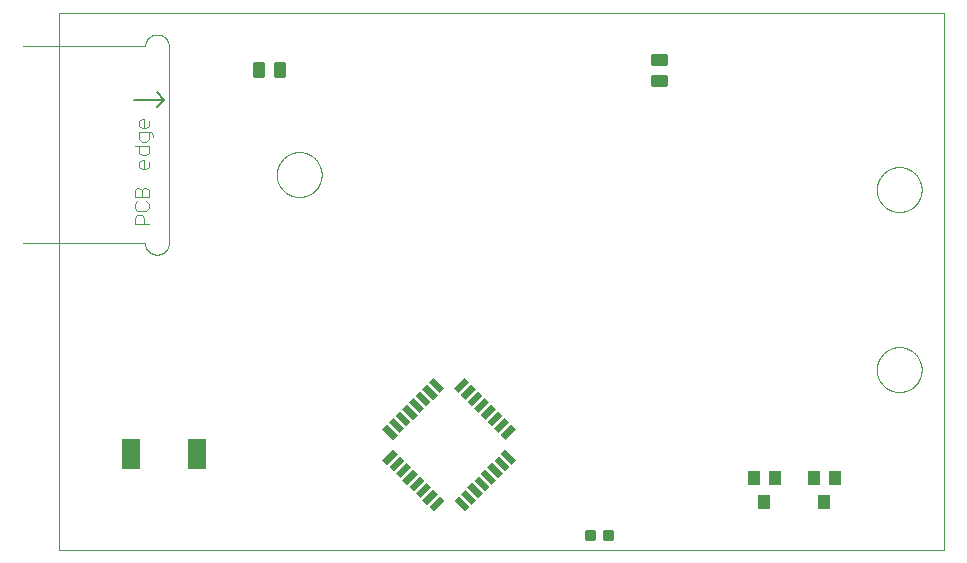
<source format=gtp>
G75*
%MOIN*%
%OFA0B0*%
%FSLAX25Y25*%
%IPPOS*%
%LPD*%
%AMOC8*
5,1,8,0,0,1.08239X$1,22.5*
%
%ADD10C,0.00000*%
%ADD11R,0.05000X0.02200*%
%ADD12R,0.02200X0.05000*%
%ADD13C,0.00875*%
%ADD14C,0.00100*%
%ADD15C,0.00500*%
%ADD16C,0.00400*%
%ADD17C,0.01000*%
%ADD18R,0.04000X0.04500*%
%ADD19R,0.06000X0.10000*%
D10*
X0013250Y0007846D02*
X0013250Y0186547D01*
X0308171Y0186547D01*
X0308171Y0007846D01*
X0013250Y0007846D01*
X0085775Y0132846D02*
X0085777Y0133029D01*
X0085784Y0133213D01*
X0085795Y0133396D01*
X0085811Y0133579D01*
X0085831Y0133761D01*
X0085856Y0133943D01*
X0085885Y0134124D01*
X0085919Y0134304D01*
X0085957Y0134484D01*
X0085999Y0134662D01*
X0086046Y0134840D01*
X0086097Y0135016D01*
X0086152Y0135191D01*
X0086212Y0135364D01*
X0086276Y0135536D01*
X0086344Y0135707D01*
X0086416Y0135875D01*
X0086493Y0136042D01*
X0086573Y0136207D01*
X0086658Y0136370D01*
X0086746Y0136530D01*
X0086838Y0136689D01*
X0086935Y0136845D01*
X0087035Y0136999D01*
X0087139Y0137150D01*
X0087246Y0137299D01*
X0087357Y0137445D01*
X0087472Y0137588D01*
X0087590Y0137728D01*
X0087711Y0137866D01*
X0087836Y0138000D01*
X0087964Y0138132D01*
X0088096Y0138260D01*
X0088230Y0138385D01*
X0088368Y0138506D01*
X0088508Y0138624D01*
X0088651Y0138739D01*
X0088797Y0138850D01*
X0088946Y0138957D01*
X0089097Y0139061D01*
X0089251Y0139161D01*
X0089407Y0139258D01*
X0089566Y0139350D01*
X0089726Y0139438D01*
X0089889Y0139523D01*
X0090054Y0139603D01*
X0090221Y0139680D01*
X0090389Y0139752D01*
X0090560Y0139820D01*
X0090732Y0139884D01*
X0090905Y0139944D01*
X0091080Y0139999D01*
X0091256Y0140050D01*
X0091434Y0140097D01*
X0091612Y0140139D01*
X0091792Y0140177D01*
X0091972Y0140211D01*
X0092153Y0140240D01*
X0092335Y0140265D01*
X0092517Y0140285D01*
X0092700Y0140301D01*
X0092883Y0140312D01*
X0093067Y0140319D01*
X0093250Y0140321D01*
X0093433Y0140319D01*
X0093617Y0140312D01*
X0093800Y0140301D01*
X0093983Y0140285D01*
X0094165Y0140265D01*
X0094347Y0140240D01*
X0094528Y0140211D01*
X0094708Y0140177D01*
X0094888Y0140139D01*
X0095066Y0140097D01*
X0095244Y0140050D01*
X0095420Y0139999D01*
X0095595Y0139944D01*
X0095768Y0139884D01*
X0095940Y0139820D01*
X0096111Y0139752D01*
X0096279Y0139680D01*
X0096446Y0139603D01*
X0096611Y0139523D01*
X0096774Y0139438D01*
X0096934Y0139350D01*
X0097093Y0139258D01*
X0097249Y0139161D01*
X0097403Y0139061D01*
X0097554Y0138957D01*
X0097703Y0138850D01*
X0097849Y0138739D01*
X0097992Y0138624D01*
X0098132Y0138506D01*
X0098270Y0138385D01*
X0098404Y0138260D01*
X0098536Y0138132D01*
X0098664Y0138000D01*
X0098789Y0137866D01*
X0098910Y0137728D01*
X0099028Y0137588D01*
X0099143Y0137445D01*
X0099254Y0137299D01*
X0099361Y0137150D01*
X0099465Y0136999D01*
X0099565Y0136845D01*
X0099662Y0136689D01*
X0099754Y0136530D01*
X0099842Y0136370D01*
X0099927Y0136207D01*
X0100007Y0136042D01*
X0100084Y0135875D01*
X0100156Y0135707D01*
X0100224Y0135536D01*
X0100288Y0135364D01*
X0100348Y0135191D01*
X0100403Y0135016D01*
X0100454Y0134840D01*
X0100501Y0134662D01*
X0100543Y0134484D01*
X0100581Y0134304D01*
X0100615Y0134124D01*
X0100644Y0133943D01*
X0100669Y0133761D01*
X0100689Y0133579D01*
X0100705Y0133396D01*
X0100716Y0133213D01*
X0100723Y0133029D01*
X0100725Y0132846D01*
X0100723Y0132663D01*
X0100716Y0132479D01*
X0100705Y0132296D01*
X0100689Y0132113D01*
X0100669Y0131931D01*
X0100644Y0131749D01*
X0100615Y0131568D01*
X0100581Y0131388D01*
X0100543Y0131208D01*
X0100501Y0131030D01*
X0100454Y0130852D01*
X0100403Y0130676D01*
X0100348Y0130501D01*
X0100288Y0130328D01*
X0100224Y0130156D01*
X0100156Y0129985D01*
X0100084Y0129817D01*
X0100007Y0129650D01*
X0099927Y0129485D01*
X0099842Y0129322D01*
X0099754Y0129162D01*
X0099662Y0129003D01*
X0099565Y0128847D01*
X0099465Y0128693D01*
X0099361Y0128542D01*
X0099254Y0128393D01*
X0099143Y0128247D01*
X0099028Y0128104D01*
X0098910Y0127964D01*
X0098789Y0127826D01*
X0098664Y0127692D01*
X0098536Y0127560D01*
X0098404Y0127432D01*
X0098270Y0127307D01*
X0098132Y0127186D01*
X0097992Y0127068D01*
X0097849Y0126953D01*
X0097703Y0126842D01*
X0097554Y0126735D01*
X0097403Y0126631D01*
X0097249Y0126531D01*
X0097093Y0126434D01*
X0096934Y0126342D01*
X0096774Y0126254D01*
X0096611Y0126169D01*
X0096446Y0126089D01*
X0096279Y0126012D01*
X0096111Y0125940D01*
X0095940Y0125872D01*
X0095768Y0125808D01*
X0095595Y0125748D01*
X0095420Y0125693D01*
X0095244Y0125642D01*
X0095066Y0125595D01*
X0094888Y0125553D01*
X0094708Y0125515D01*
X0094528Y0125481D01*
X0094347Y0125452D01*
X0094165Y0125427D01*
X0093983Y0125407D01*
X0093800Y0125391D01*
X0093617Y0125380D01*
X0093433Y0125373D01*
X0093250Y0125371D01*
X0093067Y0125373D01*
X0092883Y0125380D01*
X0092700Y0125391D01*
X0092517Y0125407D01*
X0092335Y0125427D01*
X0092153Y0125452D01*
X0091972Y0125481D01*
X0091792Y0125515D01*
X0091612Y0125553D01*
X0091434Y0125595D01*
X0091256Y0125642D01*
X0091080Y0125693D01*
X0090905Y0125748D01*
X0090732Y0125808D01*
X0090560Y0125872D01*
X0090389Y0125940D01*
X0090221Y0126012D01*
X0090054Y0126089D01*
X0089889Y0126169D01*
X0089726Y0126254D01*
X0089566Y0126342D01*
X0089407Y0126434D01*
X0089251Y0126531D01*
X0089097Y0126631D01*
X0088946Y0126735D01*
X0088797Y0126842D01*
X0088651Y0126953D01*
X0088508Y0127068D01*
X0088368Y0127186D01*
X0088230Y0127307D01*
X0088096Y0127432D01*
X0087964Y0127560D01*
X0087836Y0127692D01*
X0087711Y0127826D01*
X0087590Y0127964D01*
X0087472Y0128104D01*
X0087357Y0128247D01*
X0087246Y0128393D01*
X0087139Y0128542D01*
X0087035Y0128693D01*
X0086935Y0128847D01*
X0086838Y0129003D01*
X0086746Y0129162D01*
X0086658Y0129322D01*
X0086573Y0129485D01*
X0086493Y0129650D01*
X0086416Y0129817D01*
X0086344Y0129985D01*
X0086276Y0130156D01*
X0086212Y0130328D01*
X0086152Y0130501D01*
X0086097Y0130676D01*
X0086046Y0130852D01*
X0085999Y0131030D01*
X0085957Y0131208D01*
X0085919Y0131388D01*
X0085885Y0131568D01*
X0085856Y0131749D01*
X0085831Y0131931D01*
X0085811Y0132113D01*
X0085795Y0132296D01*
X0085784Y0132479D01*
X0085777Y0132663D01*
X0085775Y0132846D01*
X0285775Y0127846D02*
X0285777Y0128029D01*
X0285784Y0128213D01*
X0285795Y0128396D01*
X0285811Y0128579D01*
X0285831Y0128761D01*
X0285856Y0128943D01*
X0285885Y0129124D01*
X0285919Y0129304D01*
X0285957Y0129484D01*
X0285999Y0129662D01*
X0286046Y0129840D01*
X0286097Y0130016D01*
X0286152Y0130191D01*
X0286212Y0130364D01*
X0286276Y0130536D01*
X0286344Y0130707D01*
X0286416Y0130875D01*
X0286493Y0131042D01*
X0286573Y0131207D01*
X0286658Y0131370D01*
X0286746Y0131530D01*
X0286838Y0131689D01*
X0286935Y0131845D01*
X0287035Y0131999D01*
X0287139Y0132150D01*
X0287246Y0132299D01*
X0287357Y0132445D01*
X0287472Y0132588D01*
X0287590Y0132728D01*
X0287711Y0132866D01*
X0287836Y0133000D01*
X0287964Y0133132D01*
X0288096Y0133260D01*
X0288230Y0133385D01*
X0288368Y0133506D01*
X0288508Y0133624D01*
X0288651Y0133739D01*
X0288797Y0133850D01*
X0288946Y0133957D01*
X0289097Y0134061D01*
X0289251Y0134161D01*
X0289407Y0134258D01*
X0289566Y0134350D01*
X0289726Y0134438D01*
X0289889Y0134523D01*
X0290054Y0134603D01*
X0290221Y0134680D01*
X0290389Y0134752D01*
X0290560Y0134820D01*
X0290732Y0134884D01*
X0290905Y0134944D01*
X0291080Y0134999D01*
X0291256Y0135050D01*
X0291434Y0135097D01*
X0291612Y0135139D01*
X0291792Y0135177D01*
X0291972Y0135211D01*
X0292153Y0135240D01*
X0292335Y0135265D01*
X0292517Y0135285D01*
X0292700Y0135301D01*
X0292883Y0135312D01*
X0293067Y0135319D01*
X0293250Y0135321D01*
X0293433Y0135319D01*
X0293617Y0135312D01*
X0293800Y0135301D01*
X0293983Y0135285D01*
X0294165Y0135265D01*
X0294347Y0135240D01*
X0294528Y0135211D01*
X0294708Y0135177D01*
X0294888Y0135139D01*
X0295066Y0135097D01*
X0295244Y0135050D01*
X0295420Y0134999D01*
X0295595Y0134944D01*
X0295768Y0134884D01*
X0295940Y0134820D01*
X0296111Y0134752D01*
X0296279Y0134680D01*
X0296446Y0134603D01*
X0296611Y0134523D01*
X0296774Y0134438D01*
X0296934Y0134350D01*
X0297093Y0134258D01*
X0297249Y0134161D01*
X0297403Y0134061D01*
X0297554Y0133957D01*
X0297703Y0133850D01*
X0297849Y0133739D01*
X0297992Y0133624D01*
X0298132Y0133506D01*
X0298270Y0133385D01*
X0298404Y0133260D01*
X0298536Y0133132D01*
X0298664Y0133000D01*
X0298789Y0132866D01*
X0298910Y0132728D01*
X0299028Y0132588D01*
X0299143Y0132445D01*
X0299254Y0132299D01*
X0299361Y0132150D01*
X0299465Y0131999D01*
X0299565Y0131845D01*
X0299662Y0131689D01*
X0299754Y0131530D01*
X0299842Y0131370D01*
X0299927Y0131207D01*
X0300007Y0131042D01*
X0300084Y0130875D01*
X0300156Y0130707D01*
X0300224Y0130536D01*
X0300288Y0130364D01*
X0300348Y0130191D01*
X0300403Y0130016D01*
X0300454Y0129840D01*
X0300501Y0129662D01*
X0300543Y0129484D01*
X0300581Y0129304D01*
X0300615Y0129124D01*
X0300644Y0128943D01*
X0300669Y0128761D01*
X0300689Y0128579D01*
X0300705Y0128396D01*
X0300716Y0128213D01*
X0300723Y0128029D01*
X0300725Y0127846D01*
X0300723Y0127663D01*
X0300716Y0127479D01*
X0300705Y0127296D01*
X0300689Y0127113D01*
X0300669Y0126931D01*
X0300644Y0126749D01*
X0300615Y0126568D01*
X0300581Y0126388D01*
X0300543Y0126208D01*
X0300501Y0126030D01*
X0300454Y0125852D01*
X0300403Y0125676D01*
X0300348Y0125501D01*
X0300288Y0125328D01*
X0300224Y0125156D01*
X0300156Y0124985D01*
X0300084Y0124817D01*
X0300007Y0124650D01*
X0299927Y0124485D01*
X0299842Y0124322D01*
X0299754Y0124162D01*
X0299662Y0124003D01*
X0299565Y0123847D01*
X0299465Y0123693D01*
X0299361Y0123542D01*
X0299254Y0123393D01*
X0299143Y0123247D01*
X0299028Y0123104D01*
X0298910Y0122964D01*
X0298789Y0122826D01*
X0298664Y0122692D01*
X0298536Y0122560D01*
X0298404Y0122432D01*
X0298270Y0122307D01*
X0298132Y0122186D01*
X0297992Y0122068D01*
X0297849Y0121953D01*
X0297703Y0121842D01*
X0297554Y0121735D01*
X0297403Y0121631D01*
X0297249Y0121531D01*
X0297093Y0121434D01*
X0296934Y0121342D01*
X0296774Y0121254D01*
X0296611Y0121169D01*
X0296446Y0121089D01*
X0296279Y0121012D01*
X0296111Y0120940D01*
X0295940Y0120872D01*
X0295768Y0120808D01*
X0295595Y0120748D01*
X0295420Y0120693D01*
X0295244Y0120642D01*
X0295066Y0120595D01*
X0294888Y0120553D01*
X0294708Y0120515D01*
X0294528Y0120481D01*
X0294347Y0120452D01*
X0294165Y0120427D01*
X0293983Y0120407D01*
X0293800Y0120391D01*
X0293617Y0120380D01*
X0293433Y0120373D01*
X0293250Y0120371D01*
X0293067Y0120373D01*
X0292883Y0120380D01*
X0292700Y0120391D01*
X0292517Y0120407D01*
X0292335Y0120427D01*
X0292153Y0120452D01*
X0291972Y0120481D01*
X0291792Y0120515D01*
X0291612Y0120553D01*
X0291434Y0120595D01*
X0291256Y0120642D01*
X0291080Y0120693D01*
X0290905Y0120748D01*
X0290732Y0120808D01*
X0290560Y0120872D01*
X0290389Y0120940D01*
X0290221Y0121012D01*
X0290054Y0121089D01*
X0289889Y0121169D01*
X0289726Y0121254D01*
X0289566Y0121342D01*
X0289407Y0121434D01*
X0289251Y0121531D01*
X0289097Y0121631D01*
X0288946Y0121735D01*
X0288797Y0121842D01*
X0288651Y0121953D01*
X0288508Y0122068D01*
X0288368Y0122186D01*
X0288230Y0122307D01*
X0288096Y0122432D01*
X0287964Y0122560D01*
X0287836Y0122692D01*
X0287711Y0122826D01*
X0287590Y0122964D01*
X0287472Y0123104D01*
X0287357Y0123247D01*
X0287246Y0123393D01*
X0287139Y0123542D01*
X0287035Y0123693D01*
X0286935Y0123847D01*
X0286838Y0124003D01*
X0286746Y0124162D01*
X0286658Y0124322D01*
X0286573Y0124485D01*
X0286493Y0124650D01*
X0286416Y0124817D01*
X0286344Y0124985D01*
X0286276Y0125156D01*
X0286212Y0125328D01*
X0286152Y0125501D01*
X0286097Y0125676D01*
X0286046Y0125852D01*
X0285999Y0126030D01*
X0285957Y0126208D01*
X0285919Y0126388D01*
X0285885Y0126568D01*
X0285856Y0126749D01*
X0285831Y0126931D01*
X0285811Y0127113D01*
X0285795Y0127296D01*
X0285784Y0127479D01*
X0285777Y0127663D01*
X0285775Y0127846D01*
X0285775Y0067846D02*
X0285777Y0068029D01*
X0285784Y0068213D01*
X0285795Y0068396D01*
X0285811Y0068579D01*
X0285831Y0068761D01*
X0285856Y0068943D01*
X0285885Y0069124D01*
X0285919Y0069304D01*
X0285957Y0069484D01*
X0285999Y0069662D01*
X0286046Y0069840D01*
X0286097Y0070016D01*
X0286152Y0070191D01*
X0286212Y0070364D01*
X0286276Y0070536D01*
X0286344Y0070707D01*
X0286416Y0070875D01*
X0286493Y0071042D01*
X0286573Y0071207D01*
X0286658Y0071370D01*
X0286746Y0071530D01*
X0286838Y0071689D01*
X0286935Y0071845D01*
X0287035Y0071999D01*
X0287139Y0072150D01*
X0287246Y0072299D01*
X0287357Y0072445D01*
X0287472Y0072588D01*
X0287590Y0072728D01*
X0287711Y0072866D01*
X0287836Y0073000D01*
X0287964Y0073132D01*
X0288096Y0073260D01*
X0288230Y0073385D01*
X0288368Y0073506D01*
X0288508Y0073624D01*
X0288651Y0073739D01*
X0288797Y0073850D01*
X0288946Y0073957D01*
X0289097Y0074061D01*
X0289251Y0074161D01*
X0289407Y0074258D01*
X0289566Y0074350D01*
X0289726Y0074438D01*
X0289889Y0074523D01*
X0290054Y0074603D01*
X0290221Y0074680D01*
X0290389Y0074752D01*
X0290560Y0074820D01*
X0290732Y0074884D01*
X0290905Y0074944D01*
X0291080Y0074999D01*
X0291256Y0075050D01*
X0291434Y0075097D01*
X0291612Y0075139D01*
X0291792Y0075177D01*
X0291972Y0075211D01*
X0292153Y0075240D01*
X0292335Y0075265D01*
X0292517Y0075285D01*
X0292700Y0075301D01*
X0292883Y0075312D01*
X0293067Y0075319D01*
X0293250Y0075321D01*
X0293433Y0075319D01*
X0293617Y0075312D01*
X0293800Y0075301D01*
X0293983Y0075285D01*
X0294165Y0075265D01*
X0294347Y0075240D01*
X0294528Y0075211D01*
X0294708Y0075177D01*
X0294888Y0075139D01*
X0295066Y0075097D01*
X0295244Y0075050D01*
X0295420Y0074999D01*
X0295595Y0074944D01*
X0295768Y0074884D01*
X0295940Y0074820D01*
X0296111Y0074752D01*
X0296279Y0074680D01*
X0296446Y0074603D01*
X0296611Y0074523D01*
X0296774Y0074438D01*
X0296934Y0074350D01*
X0297093Y0074258D01*
X0297249Y0074161D01*
X0297403Y0074061D01*
X0297554Y0073957D01*
X0297703Y0073850D01*
X0297849Y0073739D01*
X0297992Y0073624D01*
X0298132Y0073506D01*
X0298270Y0073385D01*
X0298404Y0073260D01*
X0298536Y0073132D01*
X0298664Y0073000D01*
X0298789Y0072866D01*
X0298910Y0072728D01*
X0299028Y0072588D01*
X0299143Y0072445D01*
X0299254Y0072299D01*
X0299361Y0072150D01*
X0299465Y0071999D01*
X0299565Y0071845D01*
X0299662Y0071689D01*
X0299754Y0071530D01*
X0299842Y0071370D01*
X0299927Y0071207D01*
X0300007Y0071042D01*
X0300084Y0070875D01*
X0300156Y0070707D01*
X0300224Y0070536D01*
X0300288Y0070364D01*
X0300348Y0070191D01*
X0300403Y0070016D01*
X0300454Y0069840D01*
X0300501Y0069662D01*
X0300543Y0069484D01*
X0300581Y0069304D01*
X0300615Y0069124D01*
X0300644Y0068943D01*
X0300669Y0068761D01*
X0300689Y0068579D01*
X0300705Y0068396D01*
X0300716Y0068213D01*
X0300723Y0068029D01*
X0300725Y0067846D01*
X0300723Y0067663D01*
X0300716Y0067479D01*
X0300705Y0067296D01*
X0300689Y0067113D01*
X0300669Y0066931D01*
X0300644Y0066749D01*
X0300615Y0066568D01*
X0300581Y0066388D01*
X0300543Y0066208D01*
X0300501Y0066030D01*
X0300454Y0065852D01*
X0300403Y0065676D01*
X0300348Y0065501D01*
X0300288Y0065328D01*
X0300224Y0065156D01*
X0300156Y0064985D01*
X0300084Y0064817D01*
X0300007Y0064650D01*
X0299927Y0064485D01*
X0299842Y0064322D01*
X0299754Y0064162D01*
X0299662Y0064003D01*
X0299565Y0063847D01*
X0299465Y0063693D01*
X0299361Y0063542D01*
X0299254Y0063393D01*
X0299143Y0063247D01*
X0299028Y0063104D01*
X0298910Y0062964D01*
X0298789Y0062826D01*
X0298664Y0062692D01*
X0298536Y0062560D01*
X0298404Y0062432D01*
X0298270Y0062307D01*
X0298132Y0062186D01*
X0297992Y0062068D01*
X0297849Y0061953D01*
X0297703Y0061842D01*
X0297554Y0061735D01*
X0297403Y0061631D01*
X0297249Y0061531D01*
X0297093Y0061434D01*
X0296934Y0061342D01*
X0296774Y0061254D01*
X0296611Y0061169D01*
X0296446Y0061089D01*
X0296279Y0061012D01*
X0296111Y0060940D01*
X0295940Y0060872D01*
X0295768Y0060808D01*
X0295595Y0060748D01*
X0295420Y0060693D01*
X0295244Y0060642D01*
X0295066Y0060595D01*
X0294888Y0060553D01*
X0294708Y0060515D01*
X0294528Y0060481D01*
X0294347Y0060452D01*
X0294165Y0060427D01*
X0293983Y0060407D01*
X0293800Y0060391D01*
X0293617Y0060380D01*
X0293433Y0060373D01*
X0293250Y0060371D01*
X0293067Y0060373D01*
X0292883Y0060380D01*
X0292700Y0060391D01*
X0292517Y0060407D01*
X0292335Y0060427D01*
X0292153Y0060452D01*
X0291972Y0060481D01*
X0291792Y0060515D01*
X0291612Y0060553D01*
X0291434Y0060595D01*
X0291256Y0060642D01*
X0291080Y0060693D01*
X0290905Y0060748D01*
X0290732Y0060808D01*
X0290560Y0060872D01*
X0290389Y0060940D01*
X0290221Y0061012D01*
X0290054Y0061089D01*
X0289889Y0061169D01*
X0289726Y0061254D01*
X0289566Y0061342D01*
X0289407Y0061434D01*
X0289251Y0061531D01*
X0289097Y0061631D01*
X0288946Y0061735D01*
X0288797Y0061842D01*
X0288651Y0061953D01*
X0288508Y0062068D01*
X0288368Y0062186D01*
X0288230Y0062307D01*
X0288096Y0062432D01*
X0287964Y0062560D01*
X0287836Y0062692D01*
X0287711Y0062826D01*
X0287590Y0062964D01*
X0287472Y0063104D01*
X0287357Y0063247D01*
X0287246Y0063393D01*
X0287139Y0063542D01*
X0287035Y0063693D01*
X0286935Y0063847D01*
X0286838Y0064003D01*
X0286746Y0064162D01*
X0286658Y0064322D01*
X0286573Y0064485D01*
X0286493Y0064650D01*
X0286416Y0064817D01*
X0286344Y0064985D01*
X0286276Y0065156D01*
X0286212Y0065328D01*
X0286152Y0065501D01*
X0286097Y0065676D01*
X0286046Y0065852D01*
X0285999Y0066030D01*
X0285957Y0066208D01*
X0285919Y0066388D01*
X0285885Y0066568D01*
X0285856Y0066749D01*
X0285831Y0066931D01*
X0285811Y0067113D01*
X0285795Y0067296D01*
X0285784Y0067479D01*
X0285777Y0067663D01*
X0285775Y0067846D01*
D11*
G36*
X0163984Y0036146D02*
X0160450Y0039680D01*
X0162006Y0041236D01*
X0165540Y0037702D01*
X0163984Y0036146D01*
G37*
G36*
X0161757Y0033919D02*
X0158223Y0037453D01*
X0159779Y0039009D01*
X0163313Y0035475D01*
X0161757Y0033919D01*
G37*
G36*
X0159530Y0031692D02*
X0155996Y0035226D01*
X0157552Y0036782D01*
X0161086Y0033248D01*
X0159530Y0031692D01*
G37*
G36*
X0157303Y0029464D02*
X0153769Y0032998D01*
X0155325Y0034554D01*
X0158859Y0031020D01*
X0157303Y0029464D01*
G37*
G36*
X0155076Y0027237D02*
X0151542Y0030771D01*
X0153098Y0032327D01*
X0156632Y0028793D01*
X0155076Y0027237D01*
G37*
G36*
X0152848Y0025010D02*
X0149314Y0028544D01*
X0150870Y0030100D01*
X0154404Y0026566D01*
X0152848Y0025010D01*
G37*
G36*
X0150621Y0022783D02*
X0147087Y0026317D01*
X0148643Y0027873D01*
X0152177Y0024339D01*
X0150621Y0022783D01*
G37*
G36*
X0148394Y0020556D02*
X0144860Y0024090D01*
X0146416Y0025646D01*
X0149950Y0022112D01*
X0148394Y0020556D01*
G37*
G36*
X0124494Y0044456D02*
X0120960Y0047990D01*
X0122516Y0049546D01*
X0126050Y0046012D01*
X0124494Y0044456D01*
G37*
G36*
X0126721Y0046683D02*
X0123187Y0050217D01*
X0124743Y0051773D01*
X0128277Y0048239D01*
X0126721Y0046683D01*
G37*
G36*
X0128948Y0048910D02*
X0125414Y0052444D01*
X0126970Y0054000D01*
X0130504Y0050466D01*
X0128948Y0048910D01*
G37*
G36*
X0131175Y0051138D02*
X0127641Y0054672D01*
X0129197Y0056228D01*
X0132731Y0052694D01*
X0131175Y0051138D01*
G37*
G36*
X0133402Y0053365D02*
X0129868Y0056899D01*
X0131424Y0058455D01*
X0134958Y0054921D01*
X0133402Y0053365D01*
G37*
G36*
X0135630Y0055592D02*
X0132096Y0059126D01*
X0133652Y0060682D01*
X0137186Y0057148D01*
X0135630Y0055592D01*
G37*
G36*
X0137857Y0057819D02*
X0134323Y0061353D01*
X0135879Y0062909D01*
X0139413Y0059375D01*
X0137857Y0057819D01*
G37*
G36*
X0140084Y0060046D02*
X0136550Y0063580D01*
X0138106Y0065136D01*
X0141640Y0061602D01*
X0140084Y0060046D01*
G37*
D12*
G36*
X0146416Y0060046D02*
X0144860Y0061602D01*
X0148394Y0065136D01*
X0149950Y0063580D01*
X0146416Y0060046D01*
G37*
G36*
X0148643Y0057819D02*
X0147087Y0059375D01*
X0150621Y0062909D01*
X0152177Y0061353D01*
X0148643Y0057819D01*
G37*
G36*
X0150870Y0055592D02*
X0149314Y0057148D01*
X0152848Y0060682D01*
X0154404Y0059126D01*
X0150870Y0055592D01*
G37*
G36*
X0153098Y0053365D02*
X0151542Y0054921D01*
X0155076Y0058455D01*
X0156632Y0056899D01*
X0153098Y0053365D01*
G37*
G36*
X0155325Y0051138D02*
X0153769Y0052694D01*
X0157303Y0056228D01*
X0158859Y0054672D01*
X0155325Y0051138D01*
G37*
G36*
X0157552Y0048910D02*
X0155996Y0050466D01*
X0159530Y0054000D01*
X0161086Y0052444D01*
X0157552Y0048910D01*
G37*
G36*
X0159779Y0046683D02*
X0158223Y0048239D01*
X0161757Y0051773D01*
X0163313Y0050217D01*
X0159779Y0046683D01*
G37*
G36*
X0162006Y0044456D02*
X0160450Y0046012D01*
X0163984Y0049546D01*
X0165540Y0047990D01*
X0162006Y0044456D01*
G37*
G36*
X0133652Y0025010D02*
X0132096Y0026566D01*
X0135630Y0030100D01*
X0137186Y0028544D01*
X0133652Y0025010D01*
G37*
G36*
X0135879Y0022783D02*
X0134323Y0024339D01*
X0137857Y0027873D01*
X0139413Y0026317D01*
X0135879Y0022783D01*
G37*
G36*
X0138106Y0020556D02*
X0136550Y0022112D01*
X0140084Y0025646D01*
X0141640Y0024090D01*
X0138106Y0020556D01*
G37*
G36*
X0131424Y0027237D02*
X0129868Y0028793D01*
X0133402Y0032327D01*
X0134958Y0030771D01*
X0131424Y0027237D01*
G37*
G36*
X0129197Y0029464D02*
X0127641Y0031020D01*
X0131175Y0034554D01*
X0132731Y0032998D01*
X0129197Y0029464D01*
G37*
G36*
X0126970Y0031692D02*
X0125414Y0033248D01*
X0128948Y0036782D01*
X0130504Y0035226D01*
X0126970Y0031692D01*
G37*
G36*
X0124743Y0033919D02*
X0123187Y0035475D01*
X0126721Y0039009D01*
X0128277Y0037453D01*
X0124743Y0033919D01*
G37*
G36*
X0122516Y0036146D02*
X0120960Y0037702D01*
X0124494Y0041236D01*
X0126050Y0039680D01*
X0122516Y0036146D01*
G37*
D13*
X0188937Y0014159D02*
X0191563Y0014159D01*
X0191563Y0011533D01*
X0188937Y0011533D01*
X0188937Y0014159D01*
X0188937Y0012407D02*
X0191563Y0012407D01*
X0191563Y0013281D02*
X0188937Y0013281D01*
X0188937Y0014155D02*
X0191563Y0014155D01*
X0194937Y0014159D02*
X0197563Y0014159D01*
X0197563Y0011533D01*
X0194937Y0011533D01*
X0194937Y0014159D01*
X0194937Y0012407D02*
X0197563Y0012407D01*
X0197563Y0013281D02*
X0194937Y0013281D01*
X0194937Y0014155D02*
X0197563Y0014155D01*
D14*
X0045851Y0106153D02*
X0045848Y0106153D01*
X0045851Y0106153D02*
X0045975Y0106155D01*
X0046098Y0106161D01*
X0046221Y0106170D01*
X0046344Y0106184D01*
X0046466Y0106201D01*
X0046588Y0106223D01*
X0046709Y0106248D01*
X0046829Y0106277D01*
X0046949Y0106309D01*
X0047067Y0106346D01*
X0047184Y0106386D01*
X0047299Y0106429D01*
X0047413Y0106477D01*
X0047526Y0106527D01*
X0047637Y0106582D01*
X0047746Y0106640D01*
X0047854Y0106701D01*
X0047959Y0106765D01*
X0048062Y0106833D01*
X0048163Y0106904D01*
X0048262Y0106979D01*
X0048359Y0107056D01*
X0048453Y0107136D01*
X0048544Y0107219D01*
X0048633Y0107305D01*
X0048719Y0107394D01*
X0048802Y0107485D01*
X0048882Y0107579D01*
X0048959Y0107676D01*
X0049034Y0107775D01*
X0049105Y0107876D01*
X0049173Y0107979D01*
X0049237Y0108084D01*
X0049298Y0108192D01*
X0049356Y0108301D01*
X0049411Y0108412D01*
X0049461Y0108525D01*
X0049509Y0108639D01*
X0049552Y0108754D01*
X0049592Y0108871D01*
X0049629Y0108989D01*
X0049661Y0109109D01*
X0049690Y0109229D01*
X0049715Y0109350D01*
X0049737Y0109472D01*
X0049754Y0109594D01*
X0049768Y0109717D01*
X0049777Y0109840D01*
X0049783Y0109963D01*
X0049785Y0110087D01*
X0049785Y0175611D01*
X0049786Y0175611D02*
X0049784Y0175734D01*
X0049778Y0175858D01*
X0049769Y0175981D01*
X0049755Y0176103D01*
X0049738Y0176225D01*
X0049716Y0176347D01*
X0049691Y0176468D01*
X0049663Y0176588D01*
X0049630Y0176707D01*
X0049594Y0176825D01*
X0049554Y0176942D01*
X0049510Y0177057D01*
X0049463Y0177171D01*
X0049412Y0177283D01*
X0049358Y0177394D01*
X0049300Y0177503D01*
X0049239Y0177611D01*
X0049175Y0177716D01*
X0049107Y0177819D01*
X0049036Y0177920D01*
X0048962Y0178018D01*
X0048885Y0178115D01*
X0048804Y0178209D01*
X0048721Y0178300D01*
X0048636Y0178389D01*
X0048547Y0178474D01*
X0048456Y0178557D01*
X0048362Y0178638D01*
X0048265Y0178715D01*
X0048167Y0178789D01*
X0048066Y0178860D01*
X0047963Y0178928D01*
X0047858Y0178992D01*
X0047750Y0179053D01*
X0047641Y0179111D01*
X0047530Y0179165D01*
X0047418Y0179216D01*
X0047304Y0179263D01*
X0047189Y0179307D01*
X0047072Y0179347D01*
X0046954Y0179383D01*
X0046835Y0179416D01*
X0046715Y0179444D01*
X0046594Y0179469D01*
X0046472Y0179491D01*
X0046350Y0179508D01*
X0046228Y0179522D01*
X0046105Y0179531D01*
X0045981Y0179537D01*
X0045858Y0179539D01*
X0045848Y0179539D01*
X0045849Y0179539D02*
X0045726Y0179538D01*
X0045603Y0179532D01*
X0045480Y0179523D01*
X0045358Y0179511D01*
X0045236Y0179494D01*
X0045114Y0179473D01*
X0044994Y0179449D01*
X0044874Y0179421D01*
X0044755Y0179389D01*
X0044637Y0179353D01*
X0044521Y0179314D01*
X0044405Y0179271D01*
X0044291Y0179225D01*
X0044179Y0179175D01*
X0044068Y0179121D01*
X0043959Y0179064D01*
X0043852Y0179004D01*
X0043747Y0178940D01*
X0043644Y0178873D01*
X0043543Y0178802D01*
X0043444Y0178729D01*
X0043347Y0178653D01*
X0043253Y0178573D01*
X0043162Y0178491D01*
X0043073Y0178406D01*
X0042987Y0178318D01*
X0042904Y0178227D01*
X0042823Y0178134D01*
X0042746Y0178038D01*
X0042672Y0177940D01*
X0042600Y0177840D01*
X0042532Y0177737D01*
X0042468Y0177633D01*
X0042406Y0177526D01*
X0042348Y0177418D01*
X0042293Y0177308D01*
X0042242Y0177196D01*
X0042194Y0177082D01*
X0042150Y0176967D01*
X0042110Y0176851D01*
X0042073Y0176734D01*
X0042040Y0176615D01*
X0042011Y0176496D01*
X0041985Y0176375D01*
X0041963Y0176254D01*
X0041945Y0176132D01*
X0041931Y0176010D01*
X0041921Y0175888D01*
X0041915Y0175765D01*
X0041912Y0175642D01*
X0041911Y0175641D02*
X0001242Y0175641D01*
X0001242Y0110051D02*
X0041819Y0110051D01*
X0041823Y0109927D01*
X0041831Y0109802D01*
X0041842Y0109678D01*
X0041858Y0109555D01*
X0041878Y0109432D01*
X0041901Y0109310D01*
X0041928Y0109188D01*
X0041959Y0109067D01*
X0041994Y0108948D01*
X0042033Y0108830D01*
X0042075Y0108712D01*
X0042121Y0108597D01*
X0042171Y0108482D01*
X0042224Y0108370D01*
X0042280Y0108259D01*
X0042341Y0108150D01*
X0042404Y0108043D01*
X0042471Y0107938D01*
X0042541Y0107835D01*
X0042614Y0107734D01*
X0042691Y0107636D01*
X0042770Y0107540D01*
X0042853Y0107446D01*
X0042938Y0107356D01*
X0043026Y0107268D01*
X0043117Y0107183D01*
X0043210Y0107100D01*
X0043306Y0107021D01*
X0043405Y0106945D01*
X0043506Y0106872D01*
X0043609Y0106802D01*
X0043714Y0106735D01*
X0043821Y0106672D01*
X0043930Y0106612D01*
X0044041Y0106556D01*
X0044154Y0106503D01*
X0044268Y0106453D01*
X0044384Y0106408D01*
X0044501Y0106366D01*
X0044620Y0106327D01*
X0044740Y0106293D01*
X0044860Y0106262D01*
X0044982Y0106235D01*
X0045104Y0106211D01*
X0045227Y0106192D01*
X0045351Y0106177D01*
X0045475Y0106165D01*
X0045599Y0106157D01*
X0045723Y0106153D01*
X0045848Y0106154D01*
D15*
X0045750Y0155346D02*
X0048250Y0157846D01*
X0045750Y0160346D01*
X0048250Y0157846D02*
X0038250Y0157846D01*
D16*
X0040748Y0151511D02*
X0041515Y0151511D01*
X0041515Y0148442D01*
X0040748Y0148442D02*
X0039981Y0149209D01*
X0039981Y0150744D01*
X0040748Y0151511D01*
X0043050Y0150744D02*
X0043050Y0149209D01*
X0042283Y0148442D01*
X0040748Y0148442D01*
X0039981Y0146907D02*
X0039981Y0144605D01*
X0040748Y0143838D01*
X0042283Y0143838D01*
X0043050Y0144605D01*
X0043050Y0146907D01*
X0043817Y0146907D02*
X0039981Y0146907D01*
X0043817Y0146907D02*
X0044585Y0146140D01*
X0044585Y0145373D01*
X0043050Y0142303D02*
X0038446Y0142303D01*
X0039981Y0142303D02*
X0039981Y0140001D01*
X0040748Y0139234D01*
X0042283Y0139234D01*
X0043050Y0140001D01*
X0043050Y0142303D01*
X0041515Y0137700D02*
X0041515Y0134630D01*
X0040748Y0134630D02*
X0039981Y0135398D01*
X0039981Y0136932D01*
X0040748Y0137700D01*
X0041515Y0137700D01*
X0043050Y0136932D02*
X0043050Y0135398D01*
X0042283Y0134630D01*
X0040748Y0134630D01*
X0039981Y0128492D02*
X0040748Y0127724D01*
X0040748Y0125422D01*
X0039213Y0123888D02*
X0038446Y0123120D01*
X0038446Y0121586D01*
X0039213Y0120818D01*
X0042283Y0120818D01*
X0043050Y0121586D01*
X0043050Y0123120D01*
X0042283Y0123888D01*
X0043050Y0125422D02*
X0038446Y0125422D01*
X0038446Y0127724D01*
X0039213Y0128492D01*
X0039981Y0128492D01*
X0040748Y0127724D02*
X0041515Y0128492D01*
X0042283Y0128492D01*
X0043050Y0127724D01*
X0043050Y0125422D01*
X0040748Y0119284D02*
X0039213Y0119284D01*
X0038446Y0118516D01*
X0038446Y0116215D01*
X0043050Y0116215D01*
X0041515Y0116215D02*
X0041515Y0118516D01*
X0040748Y0119284D01*
D17*
X0078250Y0165596D02*
X0081250Y0165596D01*
X0078250Y0165596D02*
X0078250Y0170096D01*
X0081250Y0170096D01*
X0081250Y0165596D01*
X0081250Y0166595D02*
X0078250Y0166595D01*
X0078250Y0167594D02*
X0081250Y0167594D01*
X0081250Y0168593D02*
X0078250Y0168593D01*
X0078250Y0169592D02*
X0081250Y0169592D01*
X0085250Y0165596D02*
X0088250Y0165596D01*
X0085250Y0165596D02*
X0085250Y0170096D01*
X0088250Y0170096D01*
X0088250Y0165596D01*
X0088250Y0166595D02*
X0085250Y0166595D01*
X0085250Y0167594D02*
X0088250Y0167594D01*
X0088250Y0168593D02*
X0085250Y0168593D01*
X0085250Y0169592D02*
X0088250Y0169592D01*
X0215500Y0169846D02*
X0215500Y0172846D01*
X0215500Y0169846D02*
X0211000Y0169846D01*
X0211000Y0172846D01*
X0215500Y0172846D01*
X0215500Y0170845D02*
X0211000Y0170845D01*
X0211000Y0171844D02*
X0215500Y0171844D01*
X0215500Y0172843D02*
X0211000Y0172843D01*
X0215500Y0165846D02*
X0215500Y0162846D01*
X0211000Y0162846D01*
X0211000Y0165846D01*
X0215500Y0165846D01*
X0215500Y0163845D02*
X0211000Y0163845D01*
X0211000Y0164844D02*
X0215500Y0164844D01*
X0215500Y0165843D02*
X0211000Y0165843D01*
D18*
X0244750Y0031846D03*
X0251750Y0031846D03*
X0248250Y0023846D03*
X0264750Y0031846D03*
X0271750Y0031846D03*
X0268250Y0023846D03*
D19*
X0059250Y0039846D03*
X0037250Y0039846D03*
M02*

</source>
